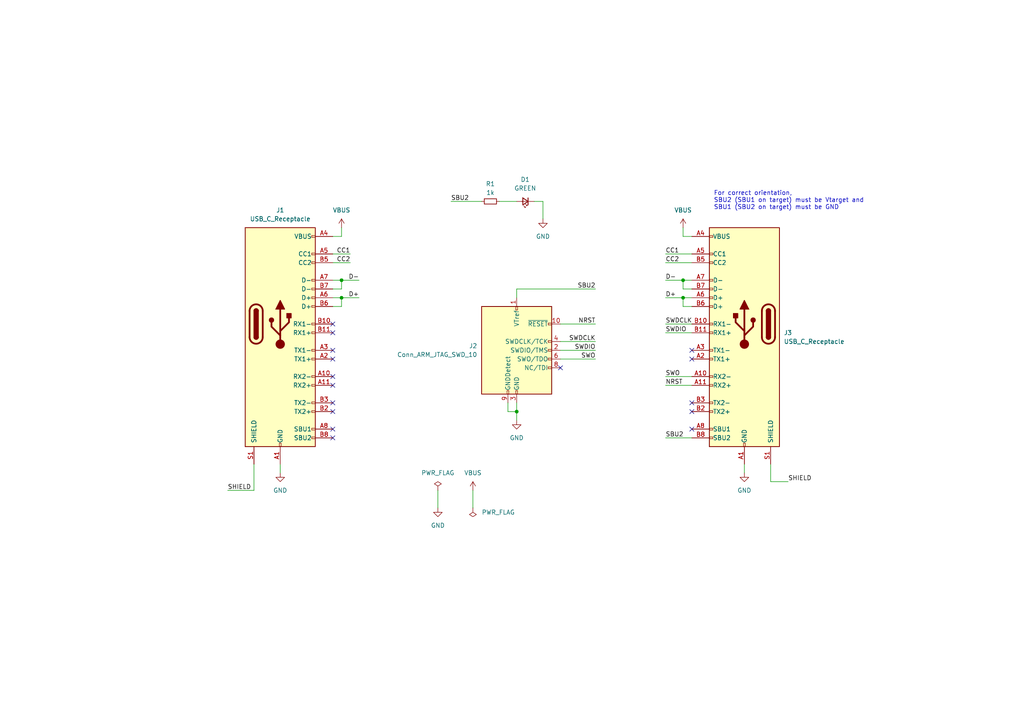
<source format=kicad_sch>
(kicad_sch (version 20231120) (generator "eeschema") (generator_version "8.0")
  (paper "A4")
  (title_block (title "SWD2USBC Basic") (date "2025-01-05") (rev "4.1") (company "alvarop.com"))
  (lib_symbols
    (symbol "Connector:Conn_ARM_JTAG_SWD_10" (pin_names (offset 1.016))
      (property "Reference" "J" (at -2.54 16.51 0))
      (property "Value" "Conn_ARM_JTAG_SWD_10" (at -2.54 13.97 0))
      (symbol "Conn_ARM_JTAG_SWD_10_0_1"
        (rectangle (start -10.16 12.7) (end 10.16 -12.7) (stroke (width 0.254)) (fill (type background)))
        (rectangle (start -2.794 -12.7) (end -2.286 -11.684))
        (rectangle (start -0.254 -12.7) (end 0.254 -11.684))
        (rectangle (start -0.254 12.7) (end 0.254 11.684))
        (rectangle (start 9.144 2.286) (end 10.16 2.794))
        (rectangle (start 10.16 -2.794) (end 9.144 -2.286))
        (rectangle (start 10.16 -0.254) (end 9.144 0.254))
        (rectangle (start 10.16 7.874) (end 9.144 7.366))
      )
      (symbol "Conn_ARM_JTAG_SWD_10_1_1"
        (rectangle (start 9.144 -5.334) (end 10.16 -4.826))
        (pin power_in line (at 0 15.24 270) (length 2.54) (name "VTref") (number "1"))
        (pin open_collector line (at 12.7 7.62 180) (length 2.54) (name "~{RESET}") (number "10"))
        (pin bidirectional line (at 12.7 0 180) (length 2.54) (name "SWDIO/TMS") (number "2"))
        (pin power_in line (at 0 -15.24 90) (length 2.54) (name "GND") (number "3"))
        (pin output line (at 12.7 2.54 180) (length 2.54) (name "SWDCLK/TCK") (number "4"))
        (pin passive line (at 0 -15.24 90) (length 2.54) hide (name "GND") (number "5"))
        (pin input line (at 12.7 -2.54 180) (length 2.54) (name "SWO/TDO") (number "6"))
        (pin no_connect line (at -10.16 0 0) (length 2.54) hide (name "KEY") (number "7"))
        (pin output line (at 12.7 -5.08 180) (length 2.54) (name "NC/TDI") (number "8"))
        (pin passive line (at -2.54 -15.24 90) (length 2.54) (name "GNDDetect") (number "9"))
      )
    )
    (symbol "Connector:USB_C_Receptacle" (pin_names (offset 1.016))
      (property "Reference" "J" (at -10.16 29.21 0))
      (property "Value" "USB_C_Receptacle" (at 10.16 29.21 0))
      (symbol "USB_C_Receptacle_0_0"
        (rectangle (start -0.254 -35.56) (end 0.254 -34.544))
        (rectangle (start 10.16 -32.766) (end 9.144 -33.274))
        (rectangle (start 10.16 -30.226) (end 9.144 -30.734))
        (rectangle (start 10.16 -25.146) (end 9.144 -25.654))
        (rectangle (start 10.16 -22.606) (end 9.144 -23.114))
        (rectangle (start 10.16 -17.526) (end 9.144 -18.034))
        (rectangle (start 10.16 -14.986) (end 9.144 -15.494))
        (rectangle (start 10.16 -9.906) (end 9.144 -10.414))
        (rectangle (start 10.16 -7.366) (end 9.144 -7.874))
        (rectangle (start 10.16 -2.286) (end 9.144 -2.794))
        (rectangle (start 10.16 0.254) (end 9.144 -0.254))
        (rectangle (start 10.16 5.334) (end 9.144 4.826))
        (rectangle (start 10.16 7.874) (end 9.144 7.366))
        (rectangle (start 10.16 10.414) (end 9.144 9.906))
        (rectangle (start 10.16 12.954) (end 9.144 12.446))
        (rectangle (start 10.16 18.034) (end 9.144 17.526))
        (rectangle (start 10.16 20.574) (end 9.144 20.066))
        (rectangle (start 10.16 25.654) (end 9.144 25.146))
      )
      (symbol "USB_C_Receptacle_0_1"
        (rectangle (start -10.16 27.94) (end 10.16 -35.56) (stroke (width 0.254)) (fill (type background)))
        (arc (start -8.89 -3.81) (mid -6.985 -5.7066) (end -5.08 -3.81) (stroke (width 0.508)))
        (arc (start -7.62 -3.81) (mid -6.985 -4.4422) (end -6.35 -3.81) (stroke (width 0.254)))
        (arc (start -7.62 -3.81) (mid -6.985 -4.4422) (end -6.35 -3.81) (stroke (width 0.254)) (fill (type outline)))
        (rectangle (start -7.62 -3.81) (end -6.35 3.81) (stroke (width 0.254)) (fill (type outline)))
        (arc (start -6.35 3.81) (mid -6.985 4.4422) (end -7.62 3.81) (stroke (width 0.254)))
        (arc (start -6.35 3.81) (mid -6.985 4.4422) (end -7.62 3.81) (stroke (width 0.254)) (fill (type outline)))
        (arc (start -5.08 3.81) (mid -6.985 5.7066) (end -8.89 3.81) (stroke (width 0.508)))
        (polyline (pts (xy -8.89 -3.81) (xy -8.89 3.81)) (stroke (width 0.508)))
        (polyline (pts (xy -5.08 3.81) (xy -5.08 -3.81)) (stroke (width 0.508)))
      )
      (symbol "USB_C_Receptacle_1_1"
        (circle (center -2.54 1.143) (radius 0.635) (stroke (width 0.254)) (fill (type outline)))
        (circle (center 0 -5.842) (radius 1.27) (fill (type outline)))
        (polyline (pts (xy 0 -5.842) (xy 0 4.318)) (stroke (width 0.508)))
        (polyline (pts (xy 0 -3.302) (xy -2.54 -0.762) (xy -2.54 0.508)) (stroke (width 0.508)))
        (polyline (pts (xy 0 -2.032) (xy 2.54 0.508) (xy 2.54 1.778)) (stroke (width 0.508)))
        (polyline (pts (xy -1.27 4.318) (xy 0 6.858) (xy 1.27 4.318) (xy -1.27 4.318)) (stroke (width 0.254)) (fill (type outline)))
        (rectangle (start 1.905 1.778) (end 3.175 3.048) (stroke (width 0.254)) (fill (type outline)))
        (pin passive line (at 0 -40.64 90) (length 5.08) (name "GND") (number "A1"))
        (pin bidirectional line (at 15.24 -15.24 180) (length 5.08) (name "RX2-") (number "A10"))
        (pin bidirectional line (at 15.24 -17.78 180) (length 5.08) (name "RX2+") (number "A11"))
        (pin passive line (at 0 -40.64 90) (length 5.08) hide (name "GND") (number "A12"))
        (pin bidirectional line (at 15.24 -10.16 180) (length 5.08) (name "TX1+") (number "A2"))
        (pin bidirectional line (at 15.24 -7.62 180) (length 5.08) (name "TX1-") (number "A3"))
        (pin passive line (at 15.24 25.4 180) (length 5.08) (name "VBUS") (number "A4"))
        (pin bidirectional line (at 15.24 20.32 180) (length 5.08) (name "CC1") (number "A5"))
        (pin bidirectional line (at 15.24 7.62 180) (length 5.08) (name "D+") (number "A6"))
        (pin bidirectional line (at 15.24 12.7 180) (length 5.08) (name "D-") (number "A7"))
        (pin bidirectional line (at 15.24 -30.48 180) (length 5.08) (name "SBU1") (number "A8"))
        (pin passive line (at 15.24 25.4 180) (length 5.08) hide (name "VBUS") (number "A9"))
        (pin passive line (at 0 -40.64 90) (length 5.08) hide (name "GND") (number "B1"))
        (pin bidirectional line (at 15.24 0 180) (length 5.08) (name "RX1-") (number "B10"))
        (pin bidirectional line (at 15.24 -2.54 180) (length 5.08) (name "RX1+") (number "B11"))
        (pin passive line (at 0 -40.64 90) (length 5.08) hide (name "GND") (number "B12"))
        (pin bidirectional line (at 15.24 -25.4 180) (length 5.08) (name "TX2+") (number "B2"))
        (pin bidirectional line (at 15.24 -22.86 180) (length 5.08) (name "TX2-") (number "B3"))
        (pin passive line (at 15.24 25.4 180) (length 5.08) hide (name "VBUS") (number "B4"))
        (pin bidirectional line (at 15.24 17.78 180) (length 5.08) (name "CC2") (number "B5"))
        (pin bidirectional line (at 15.24 5.08 180) (length 5.08) (name "D+") (number "B6"))
        (pin bidirectional line (at 15.24 10.16 180) (length 5.08) (name "D-") (number "B7"))
        (pin bidirectional line (at 15.24 -33.02 180) (length 5.08) (name "SBU2") (number "B8"))
        (pin passive line (at 15.24 25.4 180) (length 5.08) hide (name "VBUS") (number "B9"))
        (pin passive line (at -7.62 -40.64 90) (length 5.08) (name "SHIELD") (number "S1"))
      )
    )
    (symbol "Device:LED_Small" (pin_numbers hide) (pin_names (offset 0.254) hide)
      (property "Reference" "D" (at -1.27 3.175 0))
      (property "Value" "LED_Small" (at -4.445 -2.54 0))
      (symbol "LED_Small_0_1"
        (polyline (pts (xy -0.762 -1.016) (xy -0.762 1.016)) (stroke (width 0.254)))
        (polyline (pts (xy 1.016 0) (xy -0.762 0)))
        (polyline (pts (xy 0.762 -1.016) (xy -0.762 0) (xy 0.762 1.016) (xy 0.762 -1.016)) (stroke (width 0.254)))
        (polyline (pts (xy 0 0.762) (xy -0.508 1.27) (xy -0.254 1.27) (xy -0.508 1.27) (xy -0.508 1.016)))
        (polyline (pts (xy 0.508 1.27) (xy 0 1.778) (xy 0.254 1.778) (xy 0 1.778) (xy 0 1.524)))
      )
      (symbol "LED_Small_1_1"
        (pin passive line (at -2.54 0 0) (length 1.778) (name "K") (number "1"))
        (pin passive line (at 2.54 0 180) (length 1.778) (name "A") (number "2"))
      )
    )
    (symbol "Device:R_Small" (pin_numbers hide) (pin_names (offset 0.254) hide)
      (property "Reference" "R" (at 0.762 0.508 0))
      (property "Value" "R_Small" (at 0.762 -1.016 0))
      (symbol "R_Small_0_1"
        (rectangle (start -0.762 1.778) (end 0.762 -1.778) (stroke (width 0.2032)))
      )
      (symbol "R_Small_1_1"
        (pin passive line (at 0 2.54 270) (length 0.762) (name "~") (number "1"))
        (pin passive line (at 0 -2.54 90) (length 0.762) (name "~") (number "2"))
      )
    )
    (symbol "power:GND" (power) (pin_names (offset 0))
      (property "Value" "GND" (at 0 -3.81 0))
      (symbol "GND_0_1"
        (polyline (pts (xy 0 0) (xy 0 -1.27) (xy 1.27 -1.27) (xy 0 -2.54) (xy -1.27 -1.27) (xy 0 -1.27)))
      )
      (symbol "GND_1_1"
        (pin power_in line (at 0 0 270) (length 0) hide (name "GND") (number "1"))
      )
    )
    (symbol "power:PWR_FLAG" (power) (pin_numbers hide) (pin_names (offset 0) hide)
      (property "Value" "PWR_FLAG" (at 0 3.81 0))
      (symbol "PWR_FLAG_0_0"
        (pin power_out line (at 0 0 90) (length 0) (name "pwr") (number "1"))
      )
      (symbol "PWR_FLAG_0_1"
        (polyline (pts (xy 0 0) (xy 0 1.27) (xy -1.016 1.905) (xy 0 2.54) (xy 1.016 1.905) (xy 0 1.27)))
      )
    )
    (symbol "power:VBUS" (power) (pin_names (offset 0))
      (property "Value" "VBUS" (at 0 3.81 0))
      (symbol "VBUS_0_1"
        (polyline (pts (xy -0.762 1.27) (xy 0 2.54)))
        (polyline (pts (xy 0 0) (xy 0 2.54)))
        (polyline (pts (xy 0 2.54) (xy 0.762 1.27)))
      )
      (symbol "VBUS_1_1"
        (pin power_in line (at 0 0 90) (length 0) hide (name "VBUS") (number "1"))
      )
    )
  )
  (junction (at 149.86 119.38))
  (junction (at 198.12 86.36))
  (junction (at 198.12 81.28))
  (junction (at 99.06 86.36))
  (junction (at 99.06 81.28))
  (no_connect (at 96.52 101.6))
  (no_connect (at 200.66 104.14))
  (no_connect (at 200.66 119.38))
  (no_connect (at 96.52 116.84))
  (no_connect (at 96.52 96.52))
  (no_connect (at 200.66 116.84))
  (no_connect (at 96.52 119.38))
  (no_connect (at 96.52 127))
  (no_connect (at 96.52 109.22))
  (no_connect (at 162.56 106.68))
  (no_connect (at 200.66 124.46))
  (no_connect (at 96.52 104.14))
  (no_connect (at 200.66 101.6))
  (no_connect (at 96.52 124.46))
  (no_connect (at 96.52 93.98))
  (no_connect (at 96.52 111.76))
  (wire (pts (xy 99.06 86.36) (xy 99.06 88.9)))
  (wire (pts (xy 193.04 96.52) (xy 200.66 96.52)))
  (wire (pts (xy 193.04 73.66) (xy 200.66 73.66)))
  (wire (pts (xy 73.66 134.62) (xy 73.66 142.24)))
  (wire (pts (xy 162.56 104.14) (xy 172.72 104.14)))
  (wire (pts (xy 96.52 73.66) (xy 101.6 73.66)))
  (wire (pts (xy 198.12 68.58) (xy 200.66 68.58)))
  (wire (pts (xy 223.52 139.7) (xy 223.52 134.62)))
  (wire (pts (xy 162.56 93.98) (xy 172.72 93.98)))
  (wire (pts (xy 193.04 93.98) (xy 200.66 93.98)))
  (wire (pts (xy 149.86 116.84) (xy 149.86 119.38)))
  (wire (pts (xy 66.04 142.24) (xy 73.66 142.24)))
  (wire (pts (xy 193.04 86.36) (xy 198.12 86.36)))
  (wire (pts (xy 228.6 139.7) (xy 223.52 139.7)))
  (wire (pts (xy 99.06 81.28) (xy 104.14 81.28)))
  (wire (pts (xy 99.06 81.28) (xy 99.06 83.82)))
  (wire (pts (xy 162.56 99.06) (xy 172.72 99.06)))
  (wire (pts (xy 127 142.24) (xy 127 147.32)))
  (wire (pts (xy 198.12 86.36) (xy 200.66 86.36)))
  (wire (pts (xy 99.06 83.82) (xy 96.52 83.82)))
  (wire (pts (xy 198.12 83.82) (xy 198.12 81.28)))
  (wire (pts (xy 198.12 81.28) (xy 200.66 81.28)))
  (wire (pts (xy 198.12 66.04) (xy 198.12 68.58)))
  (wire (pts (xy 147.32 116.84) (xy 147.32 119.38)))
  (wire (pts (xy 96.52 86.36) (xy 99.06 86.36)))
  (wire (pts (xy 130.81 58.42) (xy 139.7 58.42)))
  (wire (pts (xy 162.56 101.6) (xy 172.72 101.6)))
  (wire (pts (xy 96.52 76.2) (xy 101.6 76.2)))
  (wire (pts (xy 193.04 109.22) (xy 200.66 109.22)))
  (wire (pts (xy 149.86 83.82) (xy 149.86 86.36)))
  (wire (pts (xy 193.04 127) (xy 200.66 127)))
  (wire (pts (xy 154.94 58.42) (xy 157.48 58.42)))
  (wire (pts (xy 200.66 88.9) (xy 198.12 88.9)))
  (wire (pts (xy 193.04 81.28) (xy 198.12 81.28)))
  (wire (pts (xy 137.16 142.24) (xy 137.16 147.32)))
  (wire (pts (xy 215.9 134.62) (xy 215.9 137.16)))
  (wire (pts (xy 147.32 119.38) (xy 149.86 119.38)))
  (wire (pts (xy 96.52 88.9) (xy 99.06 88.9)))
  (wire (pts (xy 96.52 68.58) (xy 99.06 68.58)))
  (wire (pts (xy 96.52 81.28) (xy 99.06 81.28)))
  (wire (pts (xy 193.04 76.2) (xy 200.66 76.2)))
  (wire (pts (xy 200.66 83.82) (xy 198.12 83.82)))
  (wire (pts (xy 198.12 88.9) (xy 198.12 86.36)))
  (wire (pts (xy 157.48 58.42) (xy 157.48 63.5)))
  (wire (pts (xy 149.86 119.38) (xy 149.86 121.92)))
  (wire (pts (xy 193.04 111.76) (xy 200.66 111.76)))
  (wire (pts (xy 81.28 134.62) (xy 81.28 137.16)))
  (wire (pts (xy 99.06 86.36) (xy 104.14 86.36)))
  (wire (pts (xy 144.78 58.42) (xy 149.86 58.42)))
  (wire (pts (xy 99.06 66.04) (xy 99.06 68.58)))
  (wire (pts (xy 149.86 83.82) (xy 172.72 83.82)))
  (text "For correct orientation,\nSBU2 (SBU1 on target) must be Vtarget and \nSBU1 (SBU2 on target) must be GND" (at 207.01 60.96 0) (effects (font (size 1.27 1.27)) (justify left bottom)))
  (label "SWDIO" (at 193.04 96.52 0))
  (label "CC2" (at 101.6 76.2 180))
  (label "SWDIO" (at 172.72 101.6 180))
  (label "NRST" (at 172.72 93.98 180))
  (label "SWDCLK" (at 172.72 99.06 180))
  (label "SHIELD" (at 66.04 142.24 0))
  (label "D+" (at 193.04 86.36 0))
  (label "SBU2" (at 130.81 58.42 0))
  (label "SBU2" (at 172.72 83.82 180))
  (label "SWO" (at 172.72 104.14 180))
  (label "D-" (at 104.14 81.28 180))
  (label "SBU2" (at 193.04 127 0))
  (label "SWO" (at 193.04 109.22 0))
  (label "CC2" (at 193.04 76.2 0))
  (label "NRST" (at 193.04 111.76 0))
  (label "SHIELD" (at 228.6 139.7 0))
  (label "D-" (at 193.04 81.28 0))
  (label "CC1" (at 193.04 73.66 0))
  (label "CC1" (at 101.6 73.66 180))
  (label "SWDCLK" (at 193.04 93.98 0))
  (label "D+" (at 104.14 86.36 180))
  (symbol (lib_id "power:GND") (at 81.28 137.16 0) (unit 1)
    (property "Reference" "#PWR01" (effects (hide yes)))
    (property "Value" "GND" (at 81.28 142.24 0))
  )
  (symbol (lib_id "power:VBUS") (at 198.12 66.04 0) (unit 1)
    (property "Reference" "#PWR05" (effects (hide yes)))
    (property "Value" "VBUS" (at 198.12 60.96 0))
  )
  (symbol (lib_id "power:GND") (at 149.86 121.92 0) (unit 1)
    (property "Reference" "#PWR03" (effects (hide yes)))
    (property "Value" "GND" (at 149.86 127 0))
  )
  (symbol (lib_id "Device:LED_Small") (at 152.4 58.42 180) (unit 1)
    (property "Reference" "D1" (at 152.3365 52.07 0))
    (property "Value" "GREEN" (at 152.3365 54.61 0))
    (property "Footprint" "LED_SMD:LED_0603_1608Metric" (effects (hide yes)))
    (property "Description" "LED GREEN DIFFUSED 0603 SMD" (effects (hide yes)))
    (property "MPN" "SML-D12M8WT86" (effects (hide yes)))
    (property "Footprint(Generic)" "0603" (effects (hide yes)))
    (property "Manufacturer" "Rohm Semiconductor" (effects (hide yes)))
    (property "Vendor" "Mouser" (effects (hide yes)))
    (property "Vendor Part Number" " 755-SML-D12M8WT86 " (effects (hide yes)))
    (property "LCSC" "C72043" (effects (hide yes)))
  )
  (symbol (lib_id "power:GND") (at 215.9 137.16 0) (unit 1)
    (property "Reference" "#PWR06" (effects (hide yes)))
    (property "Value" "GND" (at 215.9 142.24 0))
  )
  (symbol (lib_id "Device:R_Small") (at 142.24 58.42 90) (unit 1)
    (property "Reference" "R1" (at 142.24 53.34 90))
    (property "Value" "1k" (at 142.24 55.88 90))
    (property "Footprint" "Resistor_SMD:R_0402_1005Metric" (effects (hide yes)))
    (property "Description" "RES 1K OHM 1% 1/16W 0402" (effects (hide yes)))
    (property "Footprint(Generic)" "R0402" (effects (hide yes)))
    (property "MPN" "RC0402FR-071KL" (effects (hide yes)))
    (property "Manufacturer" "Yageo" (effects (hide yes)))
    (property "Vendor" "Mouser" (effects (hide yes)))
    (property "Vendor Part Number" " 603-RC0402FR-071KL " (effects (hide yes)))
    (property "LCSC" "C25744" (effects (hide yes)))
  )
  (symbol (lib_id "power:PWR_FLAG") (at 127 142.24 0) (unit 1)
    (property "Reference" "#FLG0101" (effects (hide yes)))
    (property "Value" "PWR_FLAG" (at 127 137.16 0))
  )
  (symbol (lib_id "Connector:USB_C_Receptacle") (at 81.28 93.98 0) (unit 1)
    (property "Reference" "J1" (at 81.28 60.96 0))
    (property "Value" "USB_C_Receptacle" (at 81.28 63.5 0))
    (property "Footprint" "alvarop:MOLEX-1054500101" (effects (hide yes)))
    (property "Datasheet" "https://www.usb.org/sites/default/files/documents/usb_type-c.zip" (effects (hide yes)))
    (property "LCSC" "C134092" (effects (hide yes)))
    (property "MPN" "1054500101" (effects (hide yes)))
    (property "Manufacturer" "Molex" (effects (hide yes)))
    (property "Vendor" "Mouser" (effects (hide yes)))
    (property "Vendor Part Number" " 538-105450-0101" (effects (hide yes)))
  )
  (symbol (lib_id "Connector:USB_C_Receptacle") (at 215.9 93.98 0) (mirror y) (unit 1)
    (property "Reference" "J3" (at 227.33 96.5199 0) (effects (justify right)))
    (property "Value" "USB_C_Receptacle" (at 227.33 99.0599 0) (effects (justify right)))
    (property "Footprint" "alvarop:MOLEX-1054500101" (effects (hide yes)))
    (property "Datasheet" "https://www.usb.org/sites/default/files/documents/usb_type-c.zip" (effects (hide yes)))
    (property "LCSC" "C134092" (effects (hide yes)))
    (property "MPN" "1054500101" (effects (hide yes)))
    (property "Manufacturer" "Molex" (effects (hide yes)))
    (property "Vendor" "Mouser" (effects (hide yes)))
    (property "Vendor Part Number" " 538-105450-0101" (effects (hide yes)))
  )
  (symbol (lib_id "Connector:Conn_ARM_JTAG_SWD_10") (at 149.86 101.6 0) (unit 1)
    (property "Reference" "J2" (at 138.43 100.3299 0) (effects (justify right)))
    (property "Value" "Conn_ARM_JTAG_SWD_10" (at 138.43 102.8699 0) (effects (justify right)))
    (property "Footprint" "snapeda:SAMTEC_FTSH-105-01-F-DV-P-TR" (effects (hide yes)))
    (property "Datasheet" "http://infocenter.arm.com/help/topic/com.arm.doc.ddi0314h/DDI0314H_coresight_components_trm.pdf" (effects (hide yes)))
    (property "Description" "CONN HEADER SMD 10POS 1.27MM" (effects (hide yes)))
    (property "MPN" " FTSH-105-01-F-DV-K-P-TR " (effects (hide yes)))
    (property "Footprint(Generic)" "SAMTEC_FTSH-105-01-F-DV-P-TR" (effects (hide yes)))
    (property "Manufacturer" "Samtec Inc." (effects (hide yes)))
    (property "Vendor" "Mouser" (effects (hide yes)))
    (property "Vendor Part Number" " 200-FTSH10501FDVKPTR " (effects (hide yes)))
    (property "LCSC" "C19191729" (effects (hide yes)))
  )
  (symbol (lib_id "power:GND") (at 127 147.32 0) (unit 1)
    (property "Reference" "#PWR0101" (effects (hide yes)))
    (property "Value" "GND" (at 127 152.4 0))
  )
  (symbol (lib_id "power:VBUS") (at 99.06 66.04 0) (unit 1)
    (property "Reference" "#PWR02" (effects (hide yes)))
    (property "Value" "VBUS" (at 99.06 60.96 0))
  )
  (symbol (lib_id "power:GND") (at 157.48 63.5 0) (unit 1)
    (property "Reference" "#PWR04" (effects (hide yes)))
    (property "Value" "GND" (at 157.48 68.58 0))
  )
  (symbol (lib_id "power:VBUS") (at 137.16 142.24 0) (unit 1)
    (property "Reference" "#PWR0103" (effects (hide yes)))
    (property "Value" "VBUS" (at 137.16 137.16 0))
  )
  (symbol (lib_id "power:PWR_FLAG") (at 137.16 147.32 180) (unit 1)
    (property "Reference" "#FLG0102" (effects (hide yes)))
    (property "Value" "PWR_FLAG" (at 139.7 148.5899 0) (effects (justify right)))
  )
)
</source>
